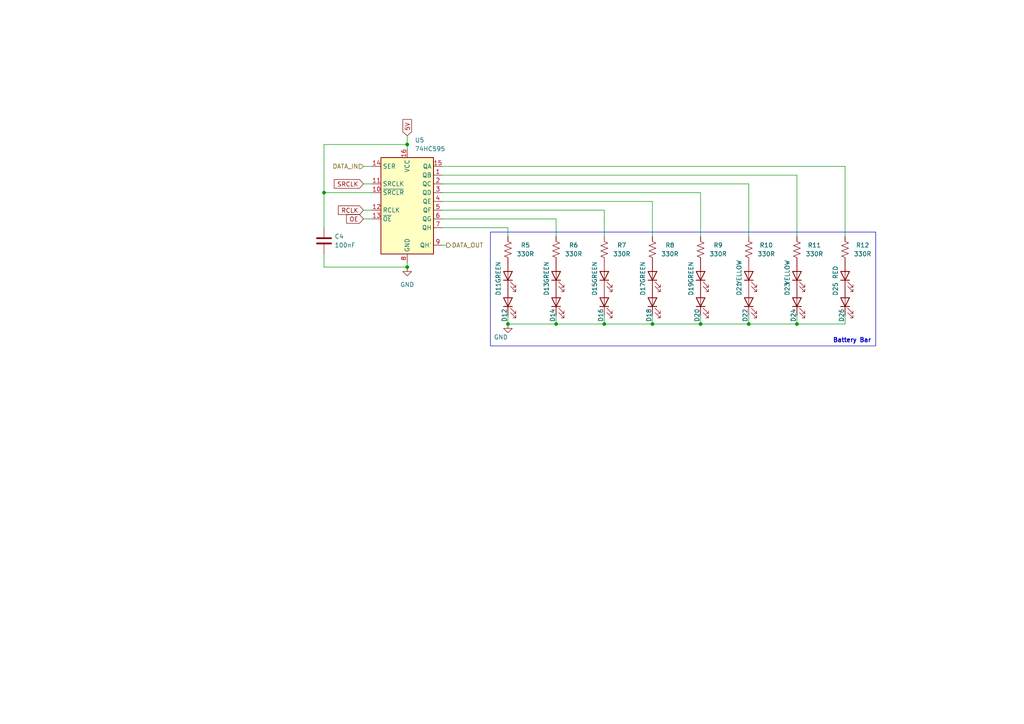
<source format=kicad_sch>
(kicad_sch (version 20231120) (generator "eeschema") (generator_version "8.0")
  (paper "A4")
  (title_block (date "2024-04-23") (rev "2"))
  (lib_symbols
    (symbol "74xx:74HC595"
      (property "Reference" "U" (at -7.62 13.97 0))
      (property "Value" "74HC595" (at -7.62 -16.51 0))
      (symbol "74HC595_1_0"
        (pin tri_state line (at 10.16 7.62 180) (length 2.54) (name "QB") (number "1"))
        (pin input line (at -10.16 2.54 0) (length 2.54) (name "~{SRCLR}") (number "10"))
        (pin input line (at -10.16 5.08 0) (length 2.54) (name "SRCLK") (number "11"))
        (pin input line (at -10.16 -2.54 0) (length 2.54) (name "RCLK") (number "12"))
        (pin input line (at -10.16 -5.08 0) (length 2.54) (name "~{OE}") (number "13"))
        (pin input line (at -10.16 10.16 0) (length 2.54) (name "SER") (number "14"))
        (pin tri_state line (at 10.16 10.16 180) (length 2.54) (name "QA") (number "15"))
        (pin power_in line (at 0 15.24 270) (length 2.54) (name "VCC") (number "16"))
        (pin tri_state line (at 10.16 5.08 180) (length 2.54) (name "QC") (number "2"))
        (pin tri_state line (at 10.16 2.54 180) (length 2.54) (name "QD") (number "3"))
        (pin tri_state line (at 10.16 0 180) (length 2.54) (name "QE") (number "4"))
        (pin tri_state line (at 10.16 -2.54 180) (length 2.54) (name "QF") (number "5"))
        (pin tri_state line (at 10.16 -5.08 180) (length 2.54) (name "QG") (number "6"))
        (pin tri_state line (at 10.16 -7.62 180) (length 2.54) (name "QH") (number "7"))
        (pin power_in line (at 0 -17.78 90) (length 2.54) (name "GND") (number "8"))
        (pin output line (at 10.16 -12.7 180) (length 2.54) (name "QH'") (number "9"))
      )
      (symbol "74HC595_1_1"
        (rectangle (start -7.62 12.7) (end 7.62 -15.24) (stroke (width 0.254)) (fill (type background)))
      )
    )
    (symbol "Device:C" (pin_numbers hide) (pin_names (offset 0.254))
      (property "Reference" "C" (at 0.635 2.54 0))
      (property "Value" "C" (at 0.635 -2.54 0))
      (symbol "C_0_1"
        (polyline (pts (xy -2.032 -0.762) (xy 2.032 -0.762)) (stroke (width 0.508)))
        (polyline (pts (xy -2.032 0.762) (xy 2.032 0.762)) (stroke (width 0.508)))
      )
      (symbol "C_1_1"
        (pin passive line (at 0 3.81 270) (length 2.794) (name "~") (number "1"))
        (pin passive line (at 0 -3.81 90) (length 2.794) (name "~") (number "2"))
      )
    )
    (symbol "Device:LED" (pin_numbers hide) (pin_names (offset 1.016) hide)
      (property "Reference" "D" (at 0 2.54 0))
      (property "Value" "LED" (at 0 -2.54 0))
      (symbol "LED_0_1"
        (polyline (pts (xy -1.27 -1.27) (xy -1.27 1.27)) (stroke (width 0.254)))
        (polyline (pts (xy -1.27 0) (xy 1.27 0)))
        (polyline (pts (xy 1.27 -1.27) (xy 1.27 1.27) (xy -1.27 0) (xy 1.27 -1.27)) (stroke (width 0.254)))
        (polyline (pts (xy -3.048 -0.762) (xy -4.572 -2.286) (xy -3.81 -2.286) (xy -4.572 -2.286) (xy -4.572 -1.524)))
        (polyline (pts (xy -1.778 -0.762) (xy -3.302 -2.286) (xy -2.54 -2.286) (xy -3.302 -2.286) (xy -3.302 -1.524)))
      )
      (symbol "LED_1_1"
        (pin passive line (at -3.81 0 0) (length 2.54) (name "K") (number "1"))
        (pin passive line (at 3.81 0 180) (length 2.54) (name "A") (number "2"))
      )
    )
    (symbol "Device:R_US" (pin_numbers hide) (pin_names (offset 0))
      (property "Reference" "R" (at 2.54 0 90))
      (property "Value" "R_US" (at -2.54 0 90))
      (symbol "R_US_0_1"
        (polyline (pts (xy 0 -2.286) (xy 0 -2.54)))
        (polyline (pts (xy 0 2.286) (xy 0 2.54)))
        (polyline (pts (xy 0 -0.762) (xy 1.016 -1.143) (xy 0 -1.524) (xy -1.016 -1.905) (xy 0 -2.286)))
        (polyline (pts (xy 0 0.762) (xy 1.016 0.381) (xy 0 0) (xy -1.016 -0.381) (xy 0 -0.762)))
        (polyline (pts (xy 0 2.286) (xy 1.016 1.905) (xy 0 1.524) (xy -1.016 1.143) (xy 0 0.762)))
      )
      (symbol "R_US_1_1"
        (pin passive line (at 0 3.81 270) (length 1.27) (name "~") (number "1"))
        (pin passive line (at 0 -3.81 90) (length 1.27) (name "~") (number "2"))
      )
    )
    (symbol "power:GND" (power) (pin_numbers hide) (pin_names (offset 0) hide)
      (property "Value" "GND" (at 0 -3.81 0))
      (symbol "GND_0_1"
        (polyline (pts (xy 0 0) (xy 0 -1.27) (xy 1.27 -1.27) (xy 0 -2.54) (xy -1.27 -1.27) (xy 0 -1.27)))
      )
      (symbol "GND_1_1"
        (pin power_in line (at 0 0 270) (length 0) (name "~") (number "1"))
      )
    )
  )
  (junction (at 175.26 93.98))
  (junction (at 118.11 41.91))
  (junction (at 93.98 55.88))
  (junction (at 147.32 93.98))
  (junction (at 161.29 93.98))
  (junction (at 231.14 93.98))
  (junction (at 189.23 93.98))
  (junction (at 203.2 93.98))
  (junction (at 217.17 93.98))
  (junction (at 118.11 77.47))
  (wire (pts (xy 147.32 66.04) (xy 147.32 68.58)))
  (wire (pts (xy 231.14 93.98) (xy 245.11 93.98)))
  (wire (pts (xy 128.27 58.42) (xy 189.23 58.42)))
  (wire (pts (xy 128.27 66.04) (xy 147.32 66.04)))
  (wire (pts (xy 128.27 60.96) (xy 175.26 60.96)))
  (wire (pts (xy 161.29 93.98) (xy 175.26 93.98)))
  (wire (pts (xy 189.23 58.42) (xy 189.23 68.58)))
  (wire (pts (xy 93.98 77.47) (xy 118.11 77.47)))
  (wire (pts (xy 105.41 48.26) (xy 107.95 48.26)))
  (wire (pts (xy 161.29 91.44) (xy 161.29 93.98)))
  (wire (pts (xy 203.2 91.44) (xy 203.2 93.98)))
  (wire (pts (xy 217.17 53.34) (xy 217.17 68.58)))
  (wire (pts (xy 161.29 63.5) (xy 161.29 68.58)))
  (wire (pts (xy 93.98 73.66) (xy 93.98 77.47)))
  (wire (pts (xy 175.26 93.98) (xy 189.23 93.98)))
  (wire (pts (xy 189.23 93.98) (xy 203.2 93.98)))
  (wire (pts (xy 93.98 55.88) (xy 107.95 55.88)))
  (wire (pts (xy 175.26 60.96) (xy 175.26 68.58)))
  (wire (pts (xy 245.11 93.98) (xy 245.11 91.44)))
  (wire (pts (xy 93.98 41.91) (xy 118.11 41.91)))
  (wire (pts (xy 203.2 55.88) (xy 203.2 68.58)))
  (wire (pts (xy 231.14 50.8) (xy 231.14 68.58)))
  (wire (pts (xy 128.27 50.8) (xy 231.14 50.8)))
  (wire (pts (xy 105.41 60.96) (xy 107.95 60.96)))
  (wire (pts (xy 217.17 93.98) (xy 231.14 93.98)))
  (wire (pts (xy 93.98 55.88) (xy 93.98 66.04)))
  (wire (pts (xy 118.11 76.2) (xy 118.11 77.47)))
  (wire (pts (xy 231.14 93.98) (xy 231.14 91.44)))
  (wire (pts (xy 118.11 41.91) (xy 118.11 43.18)))
  (wire (pts (xy 189.23 91.44) (xy 189.23 93.98)))
  (wire (pts (xy 175.26 91.44) (xy 175.26 93.98)))
  (wire (pts (xy 161.29 93.98) (xy 147.32 93.98)))
  (wire (pts (xy 147.32 91.44) (xy 147.32 93.98)))
  (wire (pts (xy 128.27 71.12) (xy 129.54 71.12)))
  (wire (pts (xy 245.11 48.26) (xy 245.11 68.58)))
  (wire (pts (xy 128.27 63.5) (xy 161.29 63.5)))
  (wire (pts (xy 93.98 55.88) (xy 93.98 41.91)))
  (wire (pts (xy 203.2 93.98) (xy 217.17 93.98)))
  (wire (pts (xy 128.27 53.34) (xy 217.17 53.34)))
  (wire (pts (xy 128.27 48.26) (xy 245.11 48.26)))
  (wire (pts (xy 105.41 63.5) (xy 107.95 63.5)))
  (wire (pts (xy 118.11 39.37) (xy 118.11 41.91)))
  (wire (pts (xy 217.17 91.44) (xy 217.17 93.98)))
  (wire (pts (xy 105.41 53.34) (xy 107.95 53.34)))
  (wire (pts (xy 128.27 55.88) (xy 203.2 55.88)))
  (rectangle (start 142.24 67.31) (end 254 100.33))
  (text "Battery Bar" (at 247.142 98.806 0) (effects (font (size 1.27 1.27) (thickness 0.254) (bold yes))))
  (global_label "RCLK" (shape input) (at 105.41 60.96 180) (property "Intersheetrefs" "${INTERSHEET_REFS}" (effects (hide yes))))
  (global_label "OE" (shape input) (at 105.41 63.5 180) (property "Intersheetrefs" "${INTERSHEET_REFS}" (effects (hide yes))))
  (global_label "SRCLK" (shape input) (at 105.41 53.34 180) (property "Intersheetrefs" "${INTERSHEET_REFS}" (effects (hide yes))))
  (global_label "5V" (shape input) (at 118.11 39.37 90) (property "Intersheetrefs" "${INTERSHEET_REFS}" (effects (hide yes))))
  (hierarchical_label "DATA_IN" (shape input) (at 105.41 48.26 180))
  (hierarchical_label "DATA_OUT" (shape output) (at 129.54 71.12 0))
  (symbol (lib_id "Device:LED") (at 217.17 87.63 90) (unit 1)
    (property "Reference" "D22" (at 216.154 91.44 0))
    (property "Value" "YELLOW" (effects (hide yes)))
    (property "Footprint" "LED_SMD:LED_0805_2012Metric" (effects (hide yes)))
    (property "Description" "Light emitting diode" (effects (hide yes)))
    (property "Digikey PN" "732-4987-1-ND" (effects (hide yes)))
  )
  (symbol (lib_id "Device:R_US") (at 217.17 72.39 0) (unit 1)
    (property "Reference" "R10" (at 222.25 71.12 0))
    (property "Value" "330R" (at 222.25 73.66 0))
    (property "Footprint" "Resistor_SMD:R_0805_2012Metric" (effects (hide yes)))
    (property "Description" "Resistor, US symbol" (effects (hide yes)))
    (property "Digikey PN" "RMCF0805FT330RCT-ND" (effects (hide yes)))
  )
  (symbol (lib_id "Device:LED") (at 161.29 80.01 90) (unit 1)
    (property "Reference" "D13" (at 158.496 83.82 0))
    (property "Value" "GREEN" (at 158.496 78.994 0))
    (property "Footprint" "LED_SMD:LED_0805_2012Metric" (effects (hide yes)))
    (property "Description" "Light emitting diode" (effects (hide yes)))
    (property "Digikey PN" "732-4983-1-ND" (effects (hide yes)))
  )
  (symbol (lib_id "Device:R_US") (at 161.29 72.39 0) (unit 1)
    (property "Reference" "R6" (at 166.37 71.12 0))
    (property "Value" "330R" (at 166.37 73.66 0))
    (property "Footprint" "Resistor_SMD:R_0805_2012Metric" (effects (hide yes)))
    (property "Description" "Resistor, US symbol" (effects (hide yes)))
    (property "Digikey PN" "RMCF0805FT330RCT-ND" (effects (hide yes)))
  )
  (symbol (lib_id "Device:LED") (at 245.11 87.63 90) (unit 1)
    (property "Reference" "D26" (at 244.094 91.44 0))
    (property "Value" "RED" (effects (hide yes)))
    (property "Footprint" "LED_SMD:LED_0805_2012Metric" (effects (hide yes)))
    (property "Description" "Light emitting diode" (effects (hide yes)))
    (property "Digikey PN" "732-4984-1-ND" (effects (hide yes)))
  )
  (symbol (lib_id "Device:LED") (at 203.2 87.63 90) (unit 1)
    (property "Reference" "D20" (at 202.184 91.44 0))
    (property "Value" "GREEN" (effects (hide yes)))
    (property "Footprint" "LED_SMD:LED_0805_2012Metric" (effects (hide yes)))
    (property "Description" "Light emitting diode" (effects (hide yes)))
    (property "Digikey PN" "732-4983-1-ND" (effects (hide yes)))
  )
  (symbol (lib_id "Device:LED") (at 189.23 80.01 90) (unit 1)
    (property "Reference" "D17" (at 186.436 83.82 0))
    (property "Value" "GREEN" (at 186.436 78.994 0))
    (property "Footprint" "LED_SMD:LED_0805_2012Metric" (effects (hide yes)))
    (property "Description" "Light emitting diode" (effects (hide yes)))
    (property "Digikey PN" "732-4983-1-ND" (effects (hide yes)))
  )
  (symbol (lib_id "Device:R_US") (at 175.26 72.39 0) (unit 1)
    (property "Reference" "R7" (at 180.34 71.12 0))
    (property "Value" "330R" (at 180.34 73.66 0))
    (property "Footprint" "Resistor_SMD:R_0805_2012Metric" (effects (hide yes)))
    (property "Description" "Resistor, US symbol" (effects (hide yes)))
    (property "Digikey PN" "RMCF0805FT330RCT-ND" (effects (hide yes)))
  )
  (symbol (lib_id "Device:LED") (at 231.14 87.63 90) (unit 1)
    (property "Reference" "D24" (at 230.124 91.44 0))
    (property "Value" "YELLOW" (effects (hide yes)))
    (property "Footprint" "LED_SMD:LED_0805_2012Metric" (effects (hide yes)))
    (property "Description" "Light emitting diode" (effects (hide yes)))
    (property "Digikey PN" "732-4987-1-ND" (effects (hide yes)))
  )
  (symbol (lib_id "Device:C") (at 93.98 69.85 0) (unit 1)
    (property "Reference" "C4" (at 97.028 68.58 0) (effects (justify left)))
    (property "Value" "100nF" (at 97.028 71.12 0) (effects (justify left)))
    (property "Footprint" "Capacitor_SMD:C_0805_2012Metric" (effects (hide yes)))
    (property "Description" "Unpolarized capacitor" (effects (hide yes)))
    (property "Digikey PN" "1276-1003-1-ND" (effects (hide yes)))
  )
  (symbol (lib_id "Device:LED") (at 147.32 87.63 90) (unit 1)
    (property "Reference" "D12" (at 146.304 91.44 0))
    (property "Value" "GREEN" (effects (hide yes)))
    (property "Footprint" "LED_SMD:LED_0805_2012Metric" (effects (hide yes)))
    (property "Description" "Light emitting diode" (effects (hide yes)))
    (property "Digikey PN" "732-4983-1-ND" (effects (hide yes)))
  )
  (symbol (lib_id "Device:R_US") (at 189.23 72.39 0) (unit 1)
    (property "Reference" "R8" (at 194.31 71.12 0))
    (property "Value" "330R" (at 194.31 73.66 0))
    (property "Footprint" "Resistor_SMD:R_0805_2012Metric" (effects (hide yes)))
    (property "Description" "Resistor, US symbol" (effects (hide yes)))
    (property "Digikey PN" "RMCF0805FT330RCT-ND" (effects (hide yes)))
  )
  (symbol (lib_id "74xx:74HC595") (at 118.11 58.42 0) (unit 1)
    (property "Reference" "U5" (at 120.3041 40.64 0) (effects (justify left)))
    (property "Value" "74HC595" (at 120.3041 43.18 0) (effects (justify left)))
    (property "Footprint" "ImportedFootprints:CD74HC595E" (effects (hide yes)))
    (property "Datasheet" "http://www.ti.com/lit/ds/symlink/sn74hc595.pdf" (effects (hide yes)))
    (property "Description" "8-bit serial in/out Shift Register 3-State Outputs" (effects (hide yes)))
    (property "Digikey PN" "296-1600-5-ND" (effects (hide yes)))
  )
  (symbol (lib_id "power:GND") (at 147.32 93.98 0) (unit 1)
    (property "Reference" "#PWR011" (effects (hide yes)))
    (property "Value" "GND" (at 147.3201 97.79 0) (effects (justify right)))
    (property "Description" "Power symbol creates a global label with name \"GND\" , ground" (effects (hide yes)))
  )
  (symbol (lib_id "Device:R_US") (at 203.2 72.39 0) (unit 1)
    (property "Reference" "R9" (at 208.28 71.12 0))
    (property "Value" "330R" (at 208.28 73.66 0))
    (property "Footprint" "Resistor_SMD:R_0805_2012Metric" (effects (hide yes)))
    (property "Description" "Resistor, US symbol" (effects (hide yes)))
    (property "Digikey PN" "RMCF0805FT330RCT-ND" (effects (hide yes)))
  )
  (symbol (lib_id "Device:R_US") (at 147.32 72.39 0) (unit 1)
    (property "Reference" "R5" (at 152.4 71.12 0))
    (property "Value" "330R" (at 152.4 73.66 0))
    (property "Footprint" "Resistor_SMD:R_0805_2012Metric" (effects (hide yes)))
    (property "Description" "Resistor, US symbol" (effects (hide yes)))
    (property "Digikey PN" "RMCF0805FT330RCT-ND" (effects (hide yes)))
  )
  (symbol (lib_id "Device:LED") (at 217.17 80.01 90) (unit 1)
    (property "Reference" "D21" (at 214.376 83.82 0))
    (property "Value" "YELLOW" (at 214.376 78.994 0))
    (property "Footprint" "LED_SMD:LED_0805_2012Metric" (effects (hide yes)))
    (property "Description" "Light emitting diode" (effects (hide yes)))
    (property "Digikey PN" "732-4987-1-ND" (effects (hide yes)))
  )
  (symbol (lib_id "Device:R_US") (at 231.14 72.39 0) (unit 1)
    (property "Reference" "R11" (at 236.22 71.12 0))
    (property "Value" "330R" (at 236.22 73.66 0))
    (property "Footprint" "Resistor_SMD:R_0805_2012Metric" (effects (hide yes)))
    (property "Description" "Resistor, US symbol" (effects (hide yes)))
    (property "Digikey PN" "RMCF0805FT330RCT-ND" (effects (hide yes)))
  )
  (symbol (lib_id "power:GND") (at 118.11 77.47 0) (unit 1)
    (property "Reference" "#PWR023" (effects (hide yes)))
    (property "Value" "GND" (at 118.11 82.55 0))
    (property "Description" "Power symbol creates a global label with name \"GND\" , ground" (effects (hide yes)))
  )
  (symbol (lib_id "Device:LED") (at 203.2 80.01 90) (unit 1)
    (property "Reference" "D19" (at 200.406 83.82 0))
    (property "Value" "GREEN" (at 200.406 78.994 0))
    (property "Footprint" "LED_SMD:LED_0805_2012Metric" (effects (hide yes)))
    (property "Description" "Light emitting diode" (effects (hide yes)))
    (property "Digikey PN" "732-4983-1-ND" (effects (hide yes)))
  )
  (symbol (lib_id "Device:LED") (at 175.26 87.63 90) (unit 1)
    (property "Reference" "D16" (at 174.244 91.44 0))
    (property "Value" "GREEN" (effects (hide yes)))
    (property "Footprint" "LED_SMD:LED_0805_2012Metric" (effects (hide yes)))
    (property "Description" "Light emitting diode" (effects (hide yes)))
    (property "Digikey PN" "732-4983-1-ND" (effects (hide yes)))
  )
  (symbol (lib_id "Device:LED") (at 189.23 87.63 90) (unit 1)
    (property "Reference" "D18" (at 188.214 91.44 0))
    (property "Value" "GREEN" (effects (hide yes)))
    (property "Footprint" "LED_SMD:LED_0805_2012Metric" (effects (hide yes)))
    (property "Description" "Light emitting diode" (effects (hide yes)))
    (property "Digikey PN" "732-4983-1-ND" (effects (hide yes)))
  )
  (symbol (lib_id "Device:LED") (at 231.14 80.01 90) (unit 1)
    (property "Reference" "D23" (at 228.346 83.82 0))
    (property "Value" "YELLOW" (at 228.346 78.994 0))
    (property "Footprint" "LED_SMD:LED_0805_2012Metric" (effects (hide yes)))
    (property "Description" "Light emitting diode" (effects (hide yes)))
    (property "Digikey PN" "732-4987-1-ND" (effects (hide yes)))
  )
  (symbol (lib_id "Device:LED") (at 161.29 87.63 90) (unit 1)
    (property "Reference" "D14" (at 160.274 91.44 0))
    (property "Value" "GREEN" (effects (hide yes)))
    (property "Footprint" "LED_SMD:LED_0805_2012Metric" (effects (hide yes)))
    (property "Description" "Light emitting diode" (effects (hide yes)))
    (property "Digikey PN" "732-4983-1-ND" (effects (hide yes)))
  )
  (symbol (lib_id "Device:LED") (at 245.11 80.01 90) (unit 1)
    (property "Reference" "D25" (at 242.316 83.82 0))
    (property "Value" "RED" (at 242.316 78.994 0))
    (property "Footprint" "LED_SMD:LED_0805_2012Metric" (effects (hide yes)))
    (property "Description" "Light emitting diode" (effects (hide yes)))
    (property "Digikey PN" "732-4984-1-ND" (effects (hide yes)))
  )
  (symbol (lib_id "Device:R_US") (at 245.11 72.39 0) (unit 1)
    (property "Reference" "R12" (at 250.19 71.12 0))
    (property "Value" "330R" (at 250.19 73.66 0))
    (property "Footprint" "Resistor_SMD:R_0805_2012Metric" (effects (hide yes)))
    (property "Description" "Resistor, US symbol" (effects (hide yes)))
    (property "Digikey PN" "RMCF0805FT330RCT-ND" (effects (hide yes)))
  )
  (symbol (lib_id "Device:LED") (at 175.26 80.01 90) (unit 1)
    (property "Reference" "D15" (at 172.466 83.82 0))
    (property "Value" "GREEN" (at 172.466 78.994 0))
    (property "Footprint" "LED_SMD:LED_0805_2012Metric" (effects (hide yes)))
    (property "Description" "Light emitting diode" (effects (hide yes)))
    (property "Digikey PN" "732-4983-1-ND" (effects (hide yes)))
  )
  (symbol (lib_id "Device:LED") (at 147.32 80.01 90) (unit 1)
    (property "Reference" "D11" (at 144.526 83.82 0))
    (property "Value" "GREEN" (at 144.526 78.994 0))
    (property "Footprint" "LED_SMD:LED_0805_2012Metric" (effects (hide yes)))
    (property "Description" "Light emitting diode" (effects (hide yes)))
    (property "Digikey PN" "732-4983-1-ND" (effects (hide yes)))
  )
)
</source>
